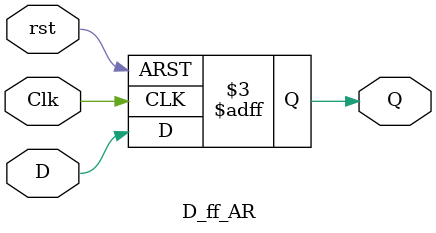
<source format=v>
module D_ff_AR(Q,D,Clk,rst);
    
output Q;
input D,Clk,rst;
reg Q;

always @(posedge Clk,negedge rst)begin
    if(!rst) Q<=1'b0;
    else Q<=D;
end

endmodule
</source>
